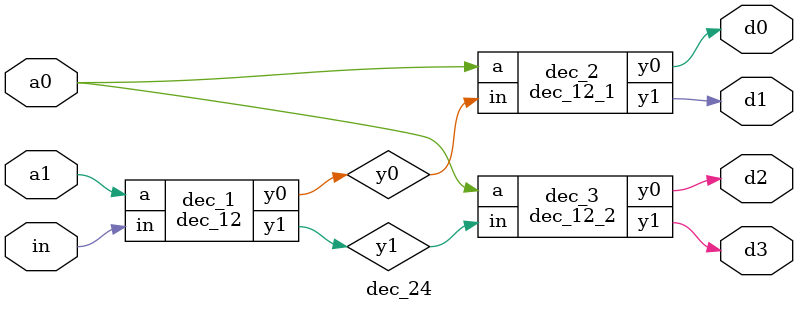
<source format=v>


// Verification Directory fv/dec_24 

module dec_12(a, in, y0, y1);
  input a, in;
  output y0, y1;
  wire a, in;
  wire y0, y1;
  NOR2BXL g17(.AN (in), .B (a), .Y (y0));
  AND2X1 g18(.A (in), .B (a), .Y (y1));
endmodule

module dec_12_1(a, in, y0, y1);
  input a, in;
  output y0, y1;
  wire a, in;
  wire y0, y1;
  NOR2BXL g17(.AN (in), .B (a), .Y (y0));
  AND2XL g18(.A (a), .B (in), .Y (y1));
endmodule

module dec_12_2(a, in, y0, y1);
  input a, in;
  output y0, y1;
  wire a, in;
  wire y0, y1;
  NOR2BXL g17(.AN (in), .B (a), .Y (y0));
  AND2XL g18(.A (a), .B (in), .Y (y1));
endmodule

module dec_24(a0, a1, in, d0, d1, d2, d3);
  input a0, a1, in;
  output d0, d1, d2, d3;
  wire a0, a1, in;
  wire d0, d1, d2, d3;
  wire y0, y1;
  dec_12 dec_1(a1, in, y0, y1);
  dec_12_1 dec_2(a0, y0, d0, d1);
  dec_12_2 dec_3(a0, y1, d2, d3);
endmodule


</source>
